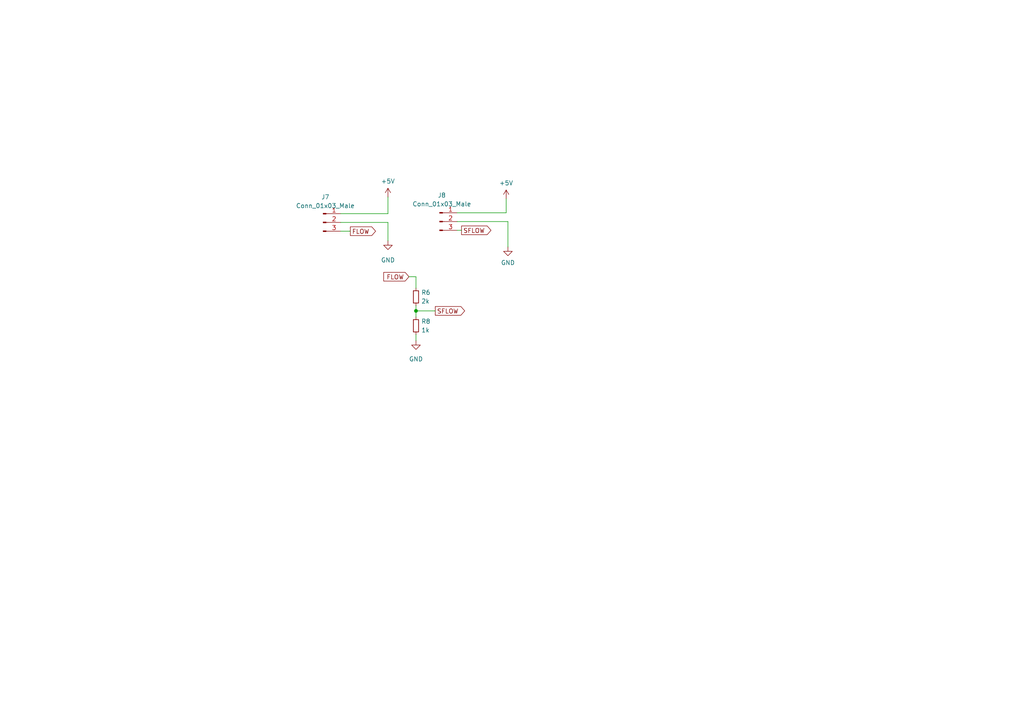
<source format=kicad_sch>
(kicad_sch (version 20211123) (generator eeschema)
  (paper "A4")
  (lib_symbols
    (symbol "Connector:Conn_01x03_Male" (pin_names (offset 1.016) hide)
      (property "Reference" "J" (at 0 5.08 0))
      (property "Value" "Conn_01x03_Male" (at 0 -5.08 0))
      (symbol "Conn_01x03_Male_1_1"
        (polyline (pts (xy 1.27 -2.54) (xy 0.8636 -2.54)) (stroke (width 0.1524)))
        (polyline (pts (xy 1.27 0) (xy 0.8636 0)) (stroke (width 0.1524)))
        (polyline (pts (xy 1.27 2.54) (xy 0.8636 2.54)) (stroke (width 0.1524)))
        (rectangle (start 0.8636 -2.413) (end 0 -2.667) (stroke (width 0.1524)) (fill (type outline)))
        (rectangle (start 0.8636 0.127) (end 0 -0.127) (stroke (width 0.1524)) (fill (type outline)))
        (rectangle (start 0.8636 2.667) (end 0 2.413) (stroke (width 0.1524)) (fill (type outline)))
        (pin passive line (at 5.08 2.54 180) (length 3.81) (name "Pin_1") (number "1"))
        (pin passive line (at 5.08 0 180) (length 3.81) (name "Pin_2") (number "2"))
        (pin passive line (at 5.08 -2.54 180) (length 3.81) (name "Pin_3") (number "3"))
      )
    )
    (symbol "Device:R_Small" (pin_numbers hide) (pin_names (offset 0.254) hide)
      (property "Reference" "R" (at 0.762 0.508 0))
      (property "Value" "R_Small" (at 0.762 -1.016 0))
      (symbol "R_Small_0_1"
        (rectangle (start -0.762 1.778) (end 0.762 -1.778) (stroke (width 0.2032)))
      )
      (symbol "R_Small_1_1"
        (pin passive line (at 0 2.54 270) (length 0.762) (name "~") (number "1"))
        (pin passive line (at 0 -2.54 90) (length 0.762) (name "~") (number "2"))
      )
    )
    (symbol "power:+5V" (power) (pin_names (offset 0))
      (property "Value" "+5V" (at 0 3.556 0))
      (symbol "+5V_0_1"
        (polyline (pts (xy -0.762 1.27) (xy 0 2.54)))
        (polyline (pts (xy 0 0) (xy 0 2.54)))
        (polyline (pts (xy 0 2.54) (xy 0.762 1.27)))
      )
      (symbol "+5V_1_1"
        (pin power_in line (at 0 0 90) (length 0) hide (name "+5V") (number "1"))
      )
    )
    (symbol "power:GND" (power) (pin_names (offset 0))
      (property "Value" "GND" (at 0 -3.81 0))
      (symbol "GND_0_1"
        (polyline (pts (xy 0 0) (xy 0 -1.27) (xy 1.27 -1.27) (xy 0 -2.54) (xy -1.27 -1.27) (xy 0 -1.27)))
      )
      (symbol "GND_1_1"
        (pin power_in line (at 0 0 270) (length 0) hide (name "GND") (number "1"))
      )
    )
  )
  (junction (at 120.65 90.17))
  (wire (pts (xy 147.32 64.262) (xy 147.32 71.628)))
  (wire (pts (xy 112.522 64.516) (xy 98.806 64.516)))
  (wire (pts (xy 132.588 66.802) (xy 133.858 66.802)))
  (wire (pts (xy 98.806 67.056) (xy 101.6 67.056)))
  (wire (pts (xy 120.65 97.028) (xy 120.65 98.806)))
  (wire (pts (xy 120.65 80.264) (xy 120.65 83.566)))
  (wire (pts (xy 120.65 90.17) (xy 120.65 91.948)))
  (wire (pts (xy 112.522 57.15) (xy 112.522 61.976)))
  (wire (pts (xy 112.522 69.85) (xy 112.522 64.516)))
  (wire (pts (xy 118.618 80.264) (xy 120.65 80.264)))
  (wire (pts (xy 146.812 57.658) (xy 146.812 61.722)))
  (wire (pts (xy 120.65 88.646) (xy 120.65 90.17)))
  (wire (pts (xy 112.522 61.976) (xy 98.806 61.976)))
  (wire (pts (xy 146.812 61.722) (xy 132.588 61.722)))
  (wire (pts (xy 132.588 64.262) (xy 147.32 64.262)))
  (wire (pts (xy 120.65 90.17) (xy 126.238 90.17)))
  (global_label "FLOW" (shape output) (at 101.6 67.056 0) (property "Intersheet References" "${INTERSHEET_REFS}" (effects hide)))
  (global_label "SFLOW" (shape output) (at 133.858 66.802 0) (property "Intersheet References" "${INTERSHEET_REFS}" (effects hide)))
  (global_label "SFLOW" (shape output) (at 126.238 90.17 0) (property "Intersheet References" "${INTERSHEET_REFS}" (effects hide)))
  (global_label "FLOW" (shape input) (at 118.618 80.264 180) (property "Intersheet References" "${INTERSHEET_REFS}" (effects hide)))
  (symbol (lib_id "power:GND") (at 112.522 69.85 0) (unit 1)
    (property "Reference" "#PWR0110" (effects hide))
    (property "Value" "GND" (at 112.522 75.438 0))
  )
  (symbol (lib_id "power:+5V") (at 112.522 57.15 0) (unit 1)
    (property "Reference" "#PWR0109" (effects hide))
    (property "Value" "+5V" (at 112.522 52.578 0))
  )
  (symbol (lib_id "power:+5V") (at 146.812 57.658 0) (unit 1)
    (property "Reference" "#PWR0111" (effects hide))
    (property "Value" "+5V" (at 146.812 53.086 0))
  )
  (symbol (lib_id "Connector:Conn_01x03_Male") (at 93.726 64.516 0) (unit 1)
    (property "Reference" "J7" (at 94.361 57.15 0))
    (property "Value" "Conn_01x03_Male" (at 94.361 59.69 0))
    (property "Footprint" "UserLibrary:PinHeader_1x03_P2.54mm_Vertical" (effects hide))
  )
  (symbol (lib_id "Device:R_Small") (at 120.65 86.106 0) (unit 1)
    (property "Reference" "R6" (at 122.174 84.8359 0) (effects (justify left)))
    (property "Value" "2k" (at 122.174 87.3759 0) (effects (justify left)))
    (property "Footprint" "UserLibrary:R_Axial_DIN0207_L6.3mm_D2.5mm_P10.16mm_Horizontal" (effects hide))
  )
  (symbol (lib_id "Connector:Conn_01x03_Male") (at 127.508 64.262 0) (unit 1)
    (property "Reference" "J8" (at 128.143 56.642 0))
    (property "Value" "Conn_01x03_Male" (at 128.143 59.182 0))
    (property "Footprint" "UserLibrary:PinHeader_1x03_P2.54mm_Vertical" (effects hide))
  )
  (symbol (lib_id "power:GND") (at 120.65 98.806 0) (unit 1)
    (property "Reference" "#PWR0113" (effects hide))
    (property "Value" "GND" (at 120.65 104.14 0))
  )
  (symbol (lib_id "power:GND") (at 147.32 71.628 0) (unit 1)
    (property "Reference" "#PWR0112" (effects hide))
    (property "Value" "GND" (at 147.32 76.2 0))
  )
  (symbol (lib_id "Device:R_Small") (at 120.65 94.488 0) (unit 1)
    (property "Reference" "R8" (at 122.174 93.2179 0) (effects (justify left)))
    (property "Value" "1k" (at 122.174 95.7579 0) (effects (justify left)))
    (property "Footprint" "UserLibrary:R_Axial_DIN0207_L6.3mm_D2.5mm_P10.16mm_Horizontal" (effects hide))
  )
)
</source>
